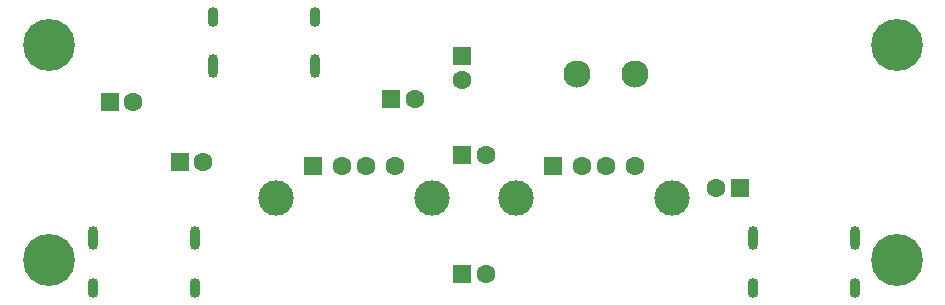
<source format=gbr>
%TF.GenerationSoftware,KiCad,Pcbnew,9.0.0*%
%TF.CreationDate,2025-03-31T17:07:40+02:00*%
%TF.ProjectId,Project Hub,50726f6a-6563-4742-9048-75622e6b6963,rev?*%
%TF.SameCoordinates,Original*%
%TF.FileFunction,Soldermask,Bot*%
%TF.FilePolarity,Negative*%
%FSLAX46Y46*%
G04 Gerber Fmt 4.6, Leading zero omitted, Abs format (unit mm)*
G04 Created by KiCad (PCBNEW 9.0.0) date 2025-03-31 17:07:40*
%MOMM*%
%LPD*%
G01*
G04 APERTURE LIST*
%ADD10R,1.600000X1.600000*%
%ADD11C,1.600000*%
%ADD12O,0.900000X2.000000*%
%ADD13O,0.900000X1.700000*%
%ADD14C,0.700000*%
%ADD15C,4.400000*%
%ADD16R,1.600000X1.500000*%
%ADD17C,3.000000*%
%ADD18C,2.300000*%
G04 APERTURE END LIST*
D10*
%TO.C,PC6*%
X72655088Y-95756400D03*
D11*
X74655088Y-95756400D03*
%TD*%
D12*
%TO.C,USB3*%
X60200000Y-88290000D03*
D13*
X60200000Y-84120000D03*
D12*
X51560000Y-88290000D03*
D13*
X51560000Y-84120000D03*
%TD*%
D10*
%TO.C,PC2*%
X72655088Y-105870000D03*
D11*
X74655088Y-105870000D03*
%TD*%
D14*
%TO.C,M2*%
X35990000Y-86470000D03*
X36473274Y-85303274D03*
X36473274Y-87636726D03*
X37640000Y-84820000D03*
D15*
X37640000Y-86470000D03*
D14*
X37640000Y-88120000D03*
X38806726Y-85303274D03*
X38806726Y-87636726D03*
X39290000Y-86470000D03*
%TD*%
%TO.C,M2*%
X35990000Y-104670000D03*
X36473274Y-103503274D03*
X36473274Y-105836726D03*
X37640000Y-103020000D03*
D15*
X37640000Y-104670000D03*
D14*
X37640000Y-106320000D03*
X38806726Y-103503274D03*
X38806726Y-105836726D03*
X39290000Y-104670000D03*
%TD*%
D16*
%TO.C,USB2*%
X80320000Y-96748000D03*
D11*
X82820000Y-96748000D03*
X84820000Y-96748000D03*
X87320000Y-96748000D03*
D17*
X77250000Y-99458000D03*
X90390000Y-99458000D03*
%TD*%
D10*
%TO.C,PC7*%
X96190000Y-98570000D03*
D11*
X94190000Y-98570000D03*
%TD*%
D10*
%TO.C,PC1*%
X48734888Y-96370000D03*
D11*
X50734888Y-96370000D03*
%TD*%
D16*
%TO.C,USB1*%
X60000000Y-96748000D03*
D11*
X62500000Y-96748000D03*
X64500000Y-96748000D03*
X67000000Y-96748000D03*
D17*
X56930000Y-99458000D03*
X70070000Y-99458000D03*
%TD*%
D14*
%TO.C,M2*%
X107840000Y-104670000D03*
X108323274Y-103503274D03*
X108323274Y-105836726D03*
X109490000Y-103020000D03*
D15*
X109490000Y-104670000D03*
D14*
X109490000Y-106320000D03*
X110656726Y-103503274D03*
X110656726Y-105836726D03*
X111140000Y-104670000D03*
%TD*%
D10*
%TO.C,PC3*%
X42834888Y-91270000D03*
D11*
X44834888Y-91270000D03*
%TD*%
D10*
%TO.C,PC5*%
X72690000Y-87414888D03*
D11*
X72690000Y-89414888D03*
%TD*%
D10*
%TO.C,PC4*%
X66634888Y-91070000D03*
D11*
X68634888Y-91070000D03*
%TD*%
D12*
%TO.C,USB4*%
X97280000Y-102859000D03*
D13*
X97280000Y-107029000D03*
D12*
X105920000Y-102859000D03*
D13*
X105920000Y-107029000D03*
%TD*%
D14*
%TO.C,M2*%
X107840000Y-86470000D03*
X108323274Y-85303274D03*
X108323274Y-87636726D03*
X109490000Y-84820000D03*
D15*
X109490000Y-86470000D03*
D14*
X109490000Y-88120000D03*
X110656726Y-85303274D03*
X110656726Y-87636726D03*
X111140000Y-86470000D03*
%TD*%
D18*
%TO.C,Y1*%
X87286000Y-88900000D03*
X82386000Y-88900000D03*
%TD*%
D12*
%TO.C,USB5*%
X41400000Y-102859000D03*
D13*
X41400000Y-107029000D03*
D12*
X50040000Y-102859000D03*
D13*
X50040000Y-107029000D03*
%TD*%
M02*

</source>
